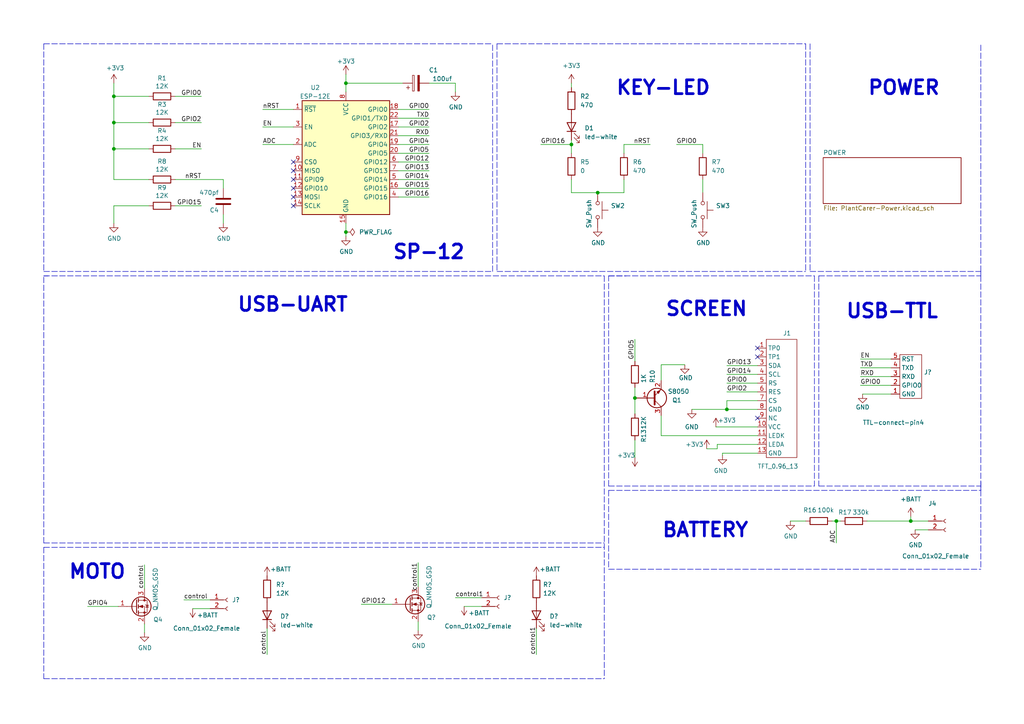
<source format=kicad_sch>
(kicad_sch (version 20211123) (generator eeschema)
  (paper "A4")
  (lib_symbols
    (symbol "Connector:Conn_01x02_Female" (pin_names (offset 1.016) hide)
      (property "Reference" "J" (at 0 2.54 0))
      (property "Value" "Conn_01x02_Female" (at 0 -5.08 0))
      (symbol "Conn_01x02_Female_1_1"
        (arc (start 0 -2.032) (mid -0.508 -2.54) (end 0 -3.048) (stroke (width 0.1524)))
        (polyline (pts (xy -1.27 -2.54) (xy -0.508 -2.54)) (stroke (width 0.1524)))
        (polyline (pts (xy -1.27 0) (xy -0.508 0)) (stroke (width 0.1524)))
        (arc (start 0 0.508) (mid -0.508 0) (end 0 -0.508) (stroke (width 0.1524)))
        (pin passive line (at -5.08 0 0) (length 3.81) (name "Pin_1") (number "1"))
        (pin passive line (at -5.08 -2.54 0) (length 3.81) (name "Pin_2") (number "2"))
      )
    )
    (symbol "Device:C" (pin_numbers hide) (pin_names (offset 0.254))
      (property "Reference" "C" (at 0.635 2.54 0))
      (property "Value" "C" (at 0.635 -2.54 0))
      (symbol "C_0_1"
        (polyline (pts (xy -2.032 -0.762) (xy 2.032 -0.762)) (stroke (width 0.508)))
        (polyline (pts (xy -2.032 0.762) (xy 2.032 0.762)) (stroke (width 0.508)))
      )
      (symbol "C_1_1"
        (pin passive line (at 0 3.81 270) (length 2.794) (name "~") (number "1"))
        (pin passive line (at 0 -3.81 90) (length 2.794) (name "~") (number "2"))
      )
    )
    (symbol "Device:C_Polarized" (pin_numbers hide) (pin_names (offset 0.254))
      (property "Reference" "C" (at 0.635 2.54 0))
      (property "Value" "C_Polarized" (at 0.635 -2.54 0))
      (symbol "C_Polarized_0_1"
        (rectangle (start -2.286 0.508) (end 2.286 1.016))
        (polyline (pts (xy -1.778 2.286) (xy -0.762 2.286)))
        (polyline (pts (xy -1.27 2.794) (xy -1.27 1.778)))
        (rectangle (start 2.286 -0.508) (end -2.286 -1.016) (fill (type outline)))
      )
      (symbol "C_Polarized_1_1"
        (pin passive line (at 0 3.81 270) (length 2.794) (name "~") (number "1"))
        (pin passive line (at 0 -3.81 90) (length 2.794) (name "~") (number "2"))
      )
    )
    (symbol "Device:LED" (pin_numbers hide) (pin_names (offset 1.016) hide)
      (property "Reference" "D" (at 0 2.54 0))
      (property "Value" "LED" (at 0 -2.54 0))
      (symbol "LED_0_1"
        (polyline (pts (xy -1.27 -1.27) (xy -1.27 1.27)) (stroke (width 0.254)))
        (polyline (pts (xy -1.27 0) (xy 1.27 0)))
        (polyline (pts (xy 1.27 -1.27) (xy 1.27 1.27) (xy -1.27 0) (xy 1.27 -1.27)) (stroke (width 0.254)))
        (polyline (pts (xy -3.048 -0.762) (xy -4.572 -2.286) (xy -3.81 -2.286) (xy -4.572 -2.286) (xy -4.572 -1.524)))
        (polyline (pts (xy -1.778 -0.762) (xy -3.302 -2.286) (xy -2.54 -2.286) (xy -3.302 -2.286) (xy -3.302 -1.524)))
      )
      (symbol "LED_1_1"
        (pin passive line (at -3.81 0 0) (length 2.54) (name "K") (number "1"))
        (pin passive line (at 3.81 0 180) (length 2.54) (name "A") (number "2"))
      )
    )
    (symbol "Device:Q_NMOS_GSD" (pin_names (offset 0) hide)
      (property "Reference" "Q" (at 5.08 1.27 0))
      (property "Value" "Q_NMOS_GSD" (at 5.08 -1.27 0))
      (symbol "Q_NMOS_GSD_0_1"
        (polyline (pts (xy 0.254 0) (xy -2.54 0)))
        (polyline (pts (xy 0.254 1.905) (xy 0.254 -1.905)) (stroke (width 0.254)))
        (polyline (pts (xy 0.762 -1.27) (xy 0.762 -2.286)) (stroke (width 0.254)))
        (polyline (pts (xy 0.762 0.508) (xy 0.762 -0.508)) (stroke (width 0.254)))
        (polyline (pts (xy 0.762 2.286) (xy 0.762 1.27)) (stroke (width 0.254)))
        (polyline (pts (xy 2.54 2.54) (xy 2.54 1.778)))
        (polyline (pts (xy 2.54 -2.54) (xy 2.54 0) (xy 0.762 0)))
        (polyline (pts (xy 0.762 -1.778) (xy 3.302 -1.778) (xy 3.302 1.778) (xy 0.762 1.778)))
        (polyline (pts (xy 1.016 0) (xy 2.032 0.381) (xy 2.032 -0.381) (xy 1.016 0)) (fill (type outline)))
        (polyline (pts (xy 2.794 0.508) (xy 2.921 0.381) (xy 3.683 0.381) (xy 3.81 0.254)))
        (polyline (pts (xy 3.302 0.381) (xy 2.921 -0.254) (xy 3.683 -0.254) (xy 3.302 0.381)))
        (circle (center 1.651 0) (radius 2.794) (stroke (width 0.254)))
        (circle (center 2.54 -1.778) (radius 0.254) (fill (type outline)))
        (circle (center 2.54 1.778) (radius 0.254) (fill (type outline)))
      )
      (symbol "Q_NMOS_GSD_1_1"
        (pin input line (at -5.08 0 0) (length 2.54) (name "G") (number "1"))
        (pin passive line (at 2.54 -5.08 90) (length 2.54) (name "S") (number "2"))
        (pin passive line (at 2.54 5.08 270) (length 2.54) (name "D") (number "3"))
      )
    )
    (symbol "Device:Q_NPN_BEC" (pin_names (offset 0) hide)
      (property "Reference" "Q" (at 5.08 1.27 0))
      (property "Value" "Q_NPN_BEC" (at 5.08 -1.27 0))
      (symbol "Q_NPN_BEC_0_1"
        (polyline (pts (xy 0.635 0.635) (xy 2.54 2.54)))
        (polyline (pts (xy 0.635 -0.635) (xy 2.54 -2.54) (xy 2.54 -2.54)))
        (polyline (pts (xy 0.635 1.905) (xy 0.635 -1.905) (xy 0.635 -1.905)) (stroke (width 0.508)))
        (polyline (pts (xy 1.27 -1.778) (xy 1.778 -1.27) (xy 2.286 -2.286) (xy 1.27 -1.778) (xy 1.27 -1.778)) (fill (type outline)))
        (circle (center 1.27 0) (radius 2.8194) (stroke (width 0.254)))
      )
      (symbol "Q_NPN_BEC_1_1"
        (pin input line (at -5.08 0 0) (length 5.715) (name "B") (number "1"))
        (pin passive line (at 2.54 -5.08 90) (length 2.54) (name "E") (number "2"))
        (pin passive line (at 2.54 5.08 270) (length 2.54) (name "C") (number "3"))
      )
    )
    (symbol "Device:R" (pin_numbers hide) (pin_names (offset 0))
      (property "Reference" "R" (at 2.032 0 90))
      (property "Value" "R" (at 0 0 90))
      (symbol "R_0_1"
        (rectangle (start -1.016 -2.54) (end 1.016 2.54) (stroke (width 0.254)))
      )
      (symbol "R_1_1"
        (pin passive line (at 0 3.81 270) (length 1.27) (name "~") (number "1"))
        (pin passive line (at 0 -3.81 90) (length 1.27) (name "~") (number "2"))
      )
    )
    (symbol "My-lib:TFT_0.96_13"
      (property "Reference" "J" (at 1.27 5.08 0))
      (property "Value" "TFT_0.96_13" (at 2.54 -33.02 0))
      (symbol "TFT_0.96_13_0_1"
        (rectangle (start 1.27 3.81) (end 10.16 -30.48))
      )
      (symbol "TFT_0.96_13_1_1"
        (pin free line (at -1.27 1.27 0) (length 2.54) (name "TP0") (number "1"))
        (pin free line (at -1.27 -21.59 0) (length 2.54) (name "VCC") (number "10"))
        (pin free line (at -1.27 -24.13 0) (length 2.54) (name "LEDK") (number "11"))
        (pin free line (at -1.27 -26.67 0) (length 2.54) (name "LEDA") (number "12"))
        (pin free line (at -1.27 -29.21 0) (length 2.54) (name "GND") (number "13"))
        (pin free line (at -1.27 -1.27 0) (length 2.54) (name "TP1") (number "2"))
        (pin free line (at -1.27 -3.81 0) (length 2.54) (name "SDA") (number "3"))
        (pin free line (at -1.27 -6.35 0) (length 2.54) (name "SCL") (number "4"))
        (pin free line (at -1.27 -8.89 0) (length 2.54) (name "RS") (number "5"))
        (pin free line (at -1.27 -11.43 0) (length 2.54) (name "RES") (number "6"))
        (pin free line (at -1.27 -13.97 0) (length 2.54) (name "CS") (number "7"))
        (pin free line (at -1.27 -16.51 0) (length 2.54) (name "GND") (number "8"))
        (pin free line (at -1.27 -19.05 0) (length 2.54) (name "NC") (number "9"))
      )
    )
    (symbol "RF_Module:ESP-12E"
      (property "Reference" "U" (at -12.7 19.05 0))
      (property "Value" "ESP-12E" (at 12.7 19.05 0))
      (symbol "ESP-12E_0_1"
        (rectangle (start -12.7 17.78) (end 12.7 -15.24) (stroke (width 0.254)) (fill (type background)))
      )
      (symbol "ESP-12E_1_1"
        (pin input line (at -15.24 15.24 0) (length 2.54) (name "~{RST}") (number "1"))
        (pin bidirectional line (at -15.24 -2.54 0) (length 2.54) (name "MISO") (number "10"))
        (pin bidirectional line (at -15.24 -5.08 0) (length 2.54) (name "GPIO9") (number "11"))
        (pin bidirectional line (at -15.24 -7.62 0) (length 2.54) (name "GPIO10") (number "12"))
        (pin bidirectional line (at -15.24 -10.16 0) (length 2.54) (name "MOSI") (number "13"))
        (pin bidirectional line (at -15.24 -12.7 0) (length 2.54) (name "SCLK") (number "14"))
        (pin power_in line (at 0 -17.78 90) (length 2.54) (name "GND") (number "15"))
        (pin bidirectional line (at 15.24 -7.62 180) (length 2.54) (name "GPIO15") (number "16"))
        (pin bidirectional line (at 15.24 10.16 180) (length 2.54) (name "GPIO2") (number "17"))
        (pin bidirectional line (at 15.24 15.24 180) (length 2.54) (name "GPIO0") (number "18"))
        (pin bidirectional line (at 15.24 5.08 180) (length 2.54) (name "GPIO4") (number "19"))
        (pin input line (at -15.24 5.08 0) (length 2.54) (name "ADC") (number "2"))
        (pin bidirectional line (at 15.24 2.54 180) (length 2.54) (name "GPIO5") (number "20"))
        (pin bidirectional line (at 15.24 7.62 180) (length 2.54) (name "GPIO3/RXD") (number "21"))
        (pin bidirectional line (at 15.24 12.7 180) (length 2.54) (name "GPIO1/TXD") (number "22"))
        (pin input line (at -15.24 10.16 0) (length 2.54) (name "EN") (number "3"))
        (pin bidirectional line (at 15.24 -10.16 180) (length 2.54) (name "GPIO16") (number "4"))
        (pin bidirectional line (at 15.24 -5.08 180) (length 2.54) (name "GPIO14") (number "5"))
        (pin bidirectional line (at 15.24 0 180) (length 2.54) (name "GPIO12") (number "6"))
        (pin bidirectional line (at 15.24 -2.54 180) (length 2.54) (name "GPIO13") (number "7"))
        (pin power_in line (at 0 20.32 270) (length 2.54) (name "VCC") (number "8"))
        (pin input line (at -15.24 0 0) (length 2.54) (name "CS0") (number "9"))
      )
    )
    (symbol "Switch:SW_Push" (pin_numbers hide) (pin_names (offset 1.016) hide)
      (property "Reference" "SW" (at 1.27 2.54 0))
      (property "Value" "SW_Push" (at 0 -1.524 0))
      (symbol "SW_Push_0_1"
        (circle (center -2.032 0) (radius 0.508))
        (polyline (pts (xy 0 1.27) (xy 0 3.048)))
        (polyline (pts (xy 2.54 1.27) (xy -2.54 1.27)))
        (circle (center 2.032 0) (radius 0.508))
        (pin passive line (at -5.08 0 0) (length 2.54) (name "1") (number "1"))
        (pin passive line (at 5.08 0 180) (length 2.54) (name "2") (number "2"))
      )
    )
    (symbol "TTL-connect-pin4_1"
      (property "Reference" "J" (at 0 10.16 0))
      (property "Value" "TTL-connect-pin4_1" (at -1.27 -7.62 0))
      (symbol "TTL-connect-pin4_1_0_1"
        (rectangle (start -2.54 7.62) (end 3.81 -5.08))
      )
      (symbol "TTL-connect-pin4_1_1_1"
        (pin free line (at -5.08 -3.81 0) (length 2.54) (name "GND") (number "1"))
        (pin free line (at -5.08 -1.27 0) (length 2.54) (name "GPIO0") (number "2"))
        (pin free line (at -5.08 1.27 0) (length 2.54) (name "RXD") (number "3"))
        (pin free line (at -5.08 3.81 0) (length 2.54) (name "TXD") (number "4"))
        (pin free line (at -5.08 6.35 0) (length 2.54) (name "RST") (number "5"))
      )
    )
    (symbol "power:+3V3" (power) (pin_names (offset 0))
      (property "Value" "+3V3" (at 0 3.556 0))
      (symbol "+3V3_0_1"
        (polyline (pts (xy -0.762 1.27) (xy 0 2.54)))
        (polyline (pts (xy 0 0) (xy 0 2.54)))
        (polyline (pts (xy 0 2.54) (xy 0.762 1.27)))
      )
      (symbol "+3V3_1_1"
        (pin power_in line (at 0 0 90) (length 0) hide (name "+3V3") (number "1"))
      )
    )
    (symbol "power:+BATT" (power) (pin_names (offset 0))
      (property "Value" "+BATT" (at 0 3.556 0))
      (symbol "+BATT_0_1"
        (polyline (pts (xy -0.762 1.27) (xy 0 2.54)))
        (polyline (pts (xy 0 0) (xy 0 2.54)))
        (polyline (pts (xy 0 2.54) (xy 0.762 1.27)))
      )
      (symbol "+BATT_1_1"
        (pin power_in line (at 0 0 90) (length 0) hide (name "+BATT") (number "1"))
      )
    )
    (symbol "power:GND" (power) (pin_names (offset 0))
      (property "Value" "GND" (at 0 -3.81 0))
      (symbol "GND_0_1"
        (polyline (pts (xy 0 0) (xy 0 -1.27) (xy 1.27 -1.27) (xy 0 -2.54) (xy -1.27 -1.27) (xy 0 -1.27)))
      )
      (symbol "GND_1_1"
        (pin power_in line (at 0 0 270) (length 0) hide (name "GND") (number "1"))
      )
    )
    (symbol "power:PWR_FLAG" (power) (pin_numbers hide) (pin_names (offset 0) hide)
      (property "Value" "PWR_FLAG" (at 0 3.81 0))
      (symbol "PWR_FLAG_0_0"
        (pin power_out line (at 0 0 90) (length 0) (name "pwr") (number "1"))
      )
      (symbol "PWR_FLAG_0_1"
        (polyline (pts (xy 0 0) (xy 0 1.27) (xy -1.016 1.905) (xy 0 2.54) (xy 1.016 1.905) (xy 0 1.27)))
      )
    )
  )
  (junction (at 33.02 27.94))
  (junction (at 100.33 24.13))
  (junction (at 264.16 151.13))
  (junction (at 100.33 67.31))
  (junction (at 33.02 35.56))
  (junction (at 184.15 115.443))
  (junction (at 242.57 151.13))
  (junction (at 173.355 55.88))
  (junction (at 210.82 118.745))
  (junction (at 33.02 43.18))
  (junction (at 165.735 41.91))
  (no_connect (at 85.09 52.07))
  (no_connect (at 219.71 103.505))
  (no_connect (at 219.71 121.285))
  (no_connect (at 219.71 100.965))
  (no_connect (at 85.09 49.53))
  (no_connect (at 85.09 46.99))
  (no_connect (at 85.09 54.61))
  (no_connect (at 85.09 59.69))
  (no_connect (at 85.09 57.15))
  (polyline (pts (xy 176.53 140.97) (xy 176.53 80.01)))
  (polyline (pts (xy 284.48 139.7) (xy 284.48 142.24)))
  (wire (pts (xy 249.555 111.76) (xy 258.445 111.76)))
  (polyline (pts (xy 234.95 12.7) (xy 234.95 78.74)))
  (wire (pts (xy 124.46 24.13) (xy 132.08 24.13)))
  (wire (pts (xy 180.975 41.91) (xy 188.595 41.91)))
  (wire (pts (xy 249.555 109.22) (xy 258.445 109.22)))
  (wire (pts (xy 196.215 41.91) (xy 203.835 41.91)))
  (polyline (pts (xy 12.7 78.74) (xy 142.875 78.74)))
  (polyline (pts (xy 284.48 78.74) (xy 284.48 80.01)))
  (wire (pts (xy 100.33 64.77) (xy 100.33 67.31)))
  (wire (pts (xy 53.34 173.99) (xy 60.96 173.99)))
  (wire (pts (xy 242.57 151.13) (xy 242.57 157.48)))
  (wire (pts (xy 115.57 57.15) (xy 124.46 57.15)))
  (polyline (pts (xy 176.53 140.97) (xy 236.22 140.97)))
  (wire (pts (xy 180.975 44.45) (xy 180.975 41.91)))
  (wire (pts (xy 115.57 44.45) (xy 124.46 44.45)))
  (wire (pts (xy 180.975 52.07) (xy 180.975 55.88)))
  (wire (pts (xy 85.09 31.75) (xy 76.2 31.75)))
  (wire (pts (xy 41.91 163.83) (xy 41.91 170.815)))
  (wire (pts (xy 77.47 189.865) (xy 77.47 182.245)))
  (wire (pts (xy 33.02 59.69) (xy 33.02 64.77)))
  (wire (pts (xy 219.71 131.445) (xy 209.55 131.445)))
  (wire (pts (xy 132.08 24.13) (xy 132.08 26.67)))
  (polyline (pts (xy 237.49 80.01) (xy 284.48 80.01)))
  (wire (pts (xy 50.8 43.18) (xy 58.42 43.18)))
  (wire (pts (xy 115.57 36.83) (xy 124.46 36.83)))
  (wire (pts (xy 210.82 106.045) (xy 219.71 106.045)))
  (polyline (pts (xy 12.7 157.48) (xy 175.26 157.48)))
  (wire (pts (xy 33.02 27.94) (xy 33.02 35.56)))
  (polyline (pts (xy 176.53 142.24) (xy 176.53 165.1)))
  (wire (pts (xy 219.71 116.205) (xy 210.82 116.205)))
  (wire (pts (xy 207.645 123.825) (xy 219.71 123.825)))
  (wire (pts (xy 184.15 127.635) (xy 184.15 132.715)))
  (wire (pts (xy 208.026 128.905) (xy 208.026 130.175)))
  (polyline (pts (xy 175.26 80.01) (xy 175.26 196.85)))
  (wire (pts (xy 115.57 31.75) (xy 124.46 31.75)))
  (wire (pts (xy 210.82 116.205) (xy 210.82 118.745)))
  (wire (pts (xy 64.77 52.07) (xy 64.77 54.61)))
  (wire (pts (xy 208.026 130.175) (xy 204.978 130.175)))
  (wire (pts (xy 33.02 24.13) (xy 33.02 27.94)))
  (wire (pts (xy 184.15 112.395) (xy 184.15 115.443)))
  (wire (pts (xy 165.735 55.88) (xy 173.355 55.88)))
  (wire (pts (xy 264.16 149.86) (xy 264.16 151.13)))
  (wire (pts (xy 219.71 128.905) (xy 208.026 128.905)))
  (wire (pts (xy 191.77 126.365) (xy 219.71 126.365)))
  (wire (pts (xy 85.09 36.83) (xy 76.2 36.83)))
  (polyline (pts (xy 237.49 80.01) (xy 237.49 140.97)))
  (wire (pts (xy 55.88 176.53) (xy 60.96 176.53)))
  (wire (pts (xy 184.15 115.443) (xy 184.15 120.015)))
  (wire (pts (xy 251.46 151.13) (xy 264.16 151.13)))
  (wire (pts (xy 134.62 175.895) (xy 139.7 175.895)))
  (wire (pts (xy 100.33 67.31) (xy 100.33 68.58)))
  (polyline (pts (xy 12.7 12.7) (xy 142.875 12.7)))
  (wire (pts (xy 115.57 54.61) (xy 124.46 54.61)))
  (polyline (pts (xy 284.48 142.24) (xy 284.48 140.97)))
  (wire (pts (xy 33.02 43.18) (xy 43.18 43.18)))
  (wire (pts (xy 191.77 110.363) (xy 191.77 105.791)))
  (wire (pts (xy 180.975 55.88) (xy 173.355 55.88)))
  (wire (pts (xy 33.02 27.94) (xy 43.18 27.94)))
  (wire (pts (xy 191.77 126.365) (xy 191.77 120.523)))
  (wire (pts (xy 50.8 27.94) (xy 58.42 27.94)))
  (polyline (pts (xy 284.48 142.24) (xy 284.48 165.1)))
  (wire (pts (xy 50.8 59.69) (xy 58.42 59.69)))
  (wire (pts (xy 33.02 43.18) (xy 33.02 52.07)))
  (polyline (pts (xy 284.48 78.74) (xy 284.48 12.7)))
  (wire (pts (xy 265.43 153.67) (xy 269.24 153.67)))
  (polyline (pts (xy 176.53 142.24) (xy 284.48 142.24)))
  (wire (pts (xy 210.82 113.665) (xy 219.71 113.665)))
  (polyline (pts (xy 233.68 12.7) (xy 233.68 78.74)))
  (wire (pts (xy 250.19 114.3) (xy 258.445 114.3)))
  (wire (pts (xy 249.555 104.14) (xy 258.445 104.14)))
  (wire (pts (xy 115.57 41.91) (xy 124.46 41.91)))
  (wire (pts (xy 115.57 39.37) (xy 124.46 39.37)))
  (wire (pts (xy 165.735 40.64) (xy 165.735 41.91)))
  (polyline (pts (xy 12.7 158.75) (xy 12.7 196.85)))
  (polyline (pts (xy 284.48 80.01) (xy 284.48 140.97)))
  (wire (pts (xy 264.16 151.13) (xy 269.24 151.13)))
  (polyline (pts (xy 142.875 78.74) (xy 142.875 12.7)))
  (wire (pts (xy 33.02 35.56) (xy 33.02 43.18)))
  (wire (pts (xy 165.735 41.91) (xy 165.735 44.45)))
  (wire (pts (xy 203.835 44.45) (xy 203.835 41.91)))
  (wire (pts (xy 165.735 24.13) (xy 165.735 25.4)))
  (wire (pts (xy 33.02 52.07) (xy 43.18 52.07)))
  (wire (pts (xy 184.15 98.425) (xy 184.15 104.775)))
  (polyline (pts (xy 144.145 12.7) (xy 233.68 12.7)))
  (polyline (pts (xy 12.7 158.75) (xy 175.26 158.75)))
  (wire (pts (xy 229.235 151.13) (xy 233.68 151.13)))
  (polyline (pts (xy 12.7 196.85) (xy 175.26 196.85)))
  (polyline (pts (xy 12.7 80.01) (xy 175.26 80.01)))
  (wire (pts (xy 33.02 59.69) (xy 43.18 59.69)))
  (wire (pts (xy 115.57 34.29) (xy 124.46 34.29)))
  (polyline (pts (xy 236.22 80.01) (xy 236.22 140.97)))
  (wire (pts (xy 132.08 173.355) (xy 139.7 173.355)))
  (wire (pts (xy 242.57 151.13) (xy 243.84 151.13)))
  (wire (pts (xy 50.8 52.07) (xy 64.77 52.07)))
  (wire (pts (xy 100.33 21.59) (xy 100.33 24.13)))
  (polyline (pts (xy 12.7 157.48) (xy 12.7 80.01)))
  (wire (pts (xy 121.285 180.34) (xy 121.285 182.88)))
  (wire (pts (xy 210.82 118.745) (xy 219.71 118.745)))
  (wire (pts (xy 210.82 108.585) (xy 219.71 108.585)))
  (wire (pts (xy 165.735 52.07) (xy 165.735 55.88)))
  (polyline (pts (xy 176.53 80.01) (xy 181.61 80.01)))
  (wire (pts (xy 64.77 62.23) (xy 64.77 64.77)))
  (wire (pts (xy 191.77 105.791) (xy 198.628 105.791)))
  (wire (pts (xy 33.02 35.56) (xy 43.18 35.56)))
  (polyline (pts (xy 12.7 80.01) (xy 13.97 80.01)))
  (wire (pts (xy 100.33 24.13) (xy 116.84 24.13)))
  (wire (pts (xy 209.55 131.445) (xy 209.55 132.08)))
  (polyline (pts (xy 144.145 12.7) (xy 144.145 78.74)))
  (polyline (pts (xy 12.7 12.7) (xy 12.7 78.74)))
  (polyline (pts (xy 237.49 140.97) (xy 284.48 140.97)))
  (polyline (pts (xy 144.145 78.74) (xy 233.68 78.74)))
  (wire (pts (xy 203.835 55.88) (xy 203.835 52.07)))
  (wire (pts (xy 249.555 106.68) (xy 258.445 106.68)))
  (wire (pts (xy 115.57 52.07) (xy 124.46 52.07)))
  (wire (pts (xy 241.3 151.13) (xy 242.57 151.13)))
  (wire (pts (xy 25.4 175.895) (xy 34.29 175.895)))
  (wire (pts (xy 156.845 41.91) (xy 165.735 41.91)))
  (wire (pts (xy 121.285 163.195) (xy 121.285 170.18)))
  (wire (pts (xy 41.91 180.975) (xy 41.91 183.515)))
  (wire (pts (xy 115.57 46.99) (xy 124.46 46.99)))
  (wire (pts (xy 155.575 189.865) (xy 155.575 182.245)))
  (wire (pts (xy 85.09 41.91) (xy 76.2 41.91)))
  (wire (pts (xy 104.775 175.26) (xy 113.665 175.26)))
  (wire (pts (xy 50.8 35.56) (xy 58.42 35.56)))
  (wire (pts (xy 200.66 118.745) (xy 210.82 118.745)))
  (wire (pts (xy 210.82 111.125) (xy 219.71 111.125)))
  (wire (pts (xy 100.33 24.13) (xy 100.33 26.67)))
  (wire (pts (xy 115.57 49.53) (xy 124.46 49.53)))
  (polyline (pts (xy 234.95 78.74) (xy 284.48 78.74)))
  (polyline (pts (xy 176.53 80.01) (xy 236.22 80.01)))
  (polyline (pts (xy 176.53 165.1) (xy 284.48 165.1)))
  (text "SCREEN" (at 192.786 92.075 0) (effects (font (size 4 4) (thickness 0.8) bold) (justify left bottom)))
  (text "v1.1 改动\n1. AMS1117留4个位置，并联，可以不用。\n2. 烧录器，LED位置可以不用。\n3. 按键 led 电路可以放在背板不用放置元件\n4. 被控制电路接LED显示开关状态\n5. 去掉usb-uart\n6. 增加一路控制\n7. 烧录接口改成5pin\n8. 连接电池，电机，改成接线柱连接" (at 312.42 85.725 0) (effects (font (size 1.27 1.27)) (justify left bottom)))
  (text "POWER" (at 251.46 27.94 0) (effects (font (size 4 4) (thickness 0.8) bold) (justify left bottom)))
  (text "KEY-LED" (at 178.435 27.94 0) (effects (font (size 4 4) (thickness 0.8) bold) (justify left bottom)))
  (text "SP-12\n" (at 113.665 75.565 0) (effects (font (size 4 4) (thickness 0.8) bold) (justify left bottom)))
  (text "USB-UART\n" (at 68.58 90.805 0) (effects (font (size 4 4) (thickness 0.8) bold) (justify left bottom)))
  (text "USB-TTL" (at 245.11 92.71 0) (effects (font (size 4 4) (thickness 0.8) bold) (justify left bottom)))
  (text "BATTERY" (at 191.77 156.21 0) (effects (font (size 4 4) (thickness 0.8) bold) (justify left bottom)))
  (text "MOTO\n" (at 19.685 168.275 0) (effects (font (size 4 4) (thickness 0.8) bold) (justify left bottom)))
  (text "注意：（每次启动、重启、唤醒）\nGPIO15 必须保持低电平，GPIO2 必须 保持高电平\nGPIO0 高电平->运行模式，低电平->刷写模式\n如果需要用到sleep 模式，GPIO16 和 RST 必须连接，\nGPIO16 会输出低电平唤醒系统\n" (at 311.15 60.96 0) (effects (font (size 1.5 1.5)) (justify left bottom)))
  (label "GPIO2" (at 58.42 35.56 180))
  (label "GPIO13" (at 210.82 106.045 0))
  (label "GPIO2" (at 124.46 36.83 180))
  (label "GPIO14" (at 124.46 52.07 180))
  (label "GPIO12" (at 124.46 46.99 180))
  (label "control" (at 77.47 189.865 90))
  (label "EN" (at 76.2 36.83 0))
  (label "GPIO14" (at 210.82 108.585 0))
  (label "RXD" (at 124.46 39.37 180))
  (label "GPIO15" (at 124.46 54.61 180))
  (label "GPIO4" (at 124.46 41.91 180))
  (label "GPIO4" (at 25.4 175.895 0))
  (label "GPIO13" (at 124.46 49.53 180))
  (label "GPIO5" (at 124.46 44.45 180))
  (label "GPIO2" (at 210.82 113.665 0))
  (label "GPIO15" (at 58.42 59.69 180))
  (label "EN" (at 249.555 104.14 0))
  (label "GPIO5" (at 184.15 98.425 270))
  (label "GPIO12" (at 104.775 175.26 0))
  (label "RXD" (at 249.555 109.22 0))
  (label "control1" (at 155.575 189.865 90))
  (label "nRST" (at 58.42 52.07 180))
  (label "GPIO0" (at 124.46 31.75 180))
  (label "GPIO0" (at 210.82 111.125 0))
  (label "control1" (at 121.285 163.195 270))
  (label "control" (at 53.34 173.99 0))
  (label "control" (at 41.91 163.83 270))
  (label "ADC" (at 76.2 41.91 0))
  (label "TXD" (at 249.555 106.68 0))
  (label "ADC" (at 242.57 157.48 90))
  (label "TXD" (at 124.46 34.29 180))
  (label "GPIO0" (at 58.42 27.94 180))
  (label "GPIO0" (at 249.555 111.76 0))
  (label "control1" (at 132.08 173.355 0))
  (label "GPIO16" (at 156.845 41.91 0))
  (label "nRST" (at 188.595 41.91 180))
  (label "EN" (at 58.42 43.18 180))
  (label "nRST" (at 76.2 31.75 0))
  (label "GPIO0" (at 196.215 41.91 0))
  (label "GPIO16" (at 124.46 57.15 180))
  (symbol (lib_id "Connector:Conn_01x02_Female") (at 274.32 151.13 0) (unit 1)
    (property "Reference" "J4" (at 269.24 146.05 0) (effects (justify left)))
    (property "Value" "Conn_01x02_Female" (at 261.62 161.29 0) (effects (justify left)))
    (property "Footprint" "Connector_PinHeader_2.54mm:PinHeader_1x02_P2.54mm_Vertical" (effects hide))
  )
  (symbol (lib_id "RF_Module:ESP-12E") (at 100.33 46.99 0) (unit 1)
    (property "Reference" "U2" (at 91.44 25.4 0))
    (property "Value" "ESP-12E" (at 91.44 27.94 0))
    (property "Footprint" "RF_Module:ESP-12E" (effects hide))
    (property "Datasheet" "http://wiki.ai-thinker.com/_media/esp8266/esp8266_series_modules_user_manual_v1.1.pdf" (effects hide))
  )
  (symbol (lib_id "Switch:SW_Push") (at 203.835 60.96 270) (unit 1)
    (property "Reference" "SW3" (at 207.645 59.6899 90) (effects (justify left)))
    (property "Value" "SW_Push" (at 201.295 57.785 0) (effects (justify left)))
    (property "Footprint" "My-lib-footprints:Button_SMD,3x4x2mm" (effects hide))
  )
  (symbol (lib_id "power:GND") (at 64.77 64.77 0) (unit 1)
    (property "Reference" "#PWR011" (effects hide))
    (property "Value" "GND" (at 64.897 69.1642 0))
  )
  (symbol (lib_id "power:GND") (at 132.08 26.67 0) (unit 1)
    (property "Reference" "#PWR04" (effects hide))
    (property "Value" "GND" (at 132.207 31.0642 0))
  )
  (symbol (lib_id "Connector:Conn_01x02_Female") (at 66.04 173.99 0) (unit 1)
    (property "Reference" "J?" (at 67.31 173.9899 0) (effects (justify left)))
    (property "Value" "Conn_01x02_Female" (at 50.165 182.245 0) (effects (justify left)))
  )
  (symbol (lib_id "Device:R") (at 165.735 29.21 0) (unit 1)
    (property "Reference" "R2" (at 168.275 27.9399 0) (effects (justify left)))
    (property "Value" "470" (at 168.275 30.4799 0) (effects (justify left)))
    (property "Footprint" "Resistor_SMD:R_0402_1005Metric" (effects hide))
  )
  (symbol (lib_id "Device:R") (at 46.99 35.56 270) (unit 1)
    (property "Reference" "R3" (at 46.99 30.3022 90))
    (property "Value" "12K" (at 46.99 32.6136 90))
    (property "Footprint" "Resistor_SMD:R_0402_1005Metric" (effects hide))
  )
  (symbol (lib_id "Device:LED") (at 155.575 178.435 90) (unit 1)
    (property "Reference" "D?" (at 159.385 178.7524 90) (effects (justify right)))
    (property "Value" "led-white" (at 159.385 181.2924 90) (effects (justify right)))
    (property "Footprint" "LED_SMD:LED_0402_1005Metric" (effects hide))
  )
  (symbol (lib_id "Device:R") (at 237.49 151.13 90) (unit 1)
    (property "Reference" "R16" (at 236.855 147.955 90) (effects (justify left)))
    (property "Value" "100k" (at 241.935 147.955 90) (effects (justify left)))
    (property "Footprint" "Resistor_SMD:R_0402_1005Metric" (effects hide))
  )
  (symbol (lib_id "Device:R") (at 46.99 52.07 270) (unit 1)
    (property "Reference" "R8" (at 46.99 46.8122 90))
    (property "Value" "12K" (at 46.99 49.1236 90))
    (property "Footprint" "Resistor_SMD:R_0402_1005Metric" (effects hide))
  )
  (symbol (lib_id "Device:R") (at 247.65 151.13 90) (unit 1)
    (property "Reference" "R17" (at 247.015 148.59 90) (effects (justify left)))
    (property "Value" "330k" (at 252.095 148.59 90) (effects (justify left)))
    (property "Footprint" "Resistor_SMD:R_0402_1005Metric" (effects hide))
  )
  (symbol (lib_id "power:GND") (at 121.285 182.88 0) (unit 1)
    (property "Reference" "#PWR?" (effects hide))
    (property "Value" "GND" (at 121.412 187.2742 0))
  )
  (symbol (lib_id "Device:Q_NMOS_GSD") (at 118.745 175.26 0) (unit 1)
    (property "Reference" "Q?" (at 123.825 179.07 0) (effects (justify left)))
    (property "Value" "Q_NMOS_GSD" (at 124.46 176.5299 90) (effects (justify left)))
    (property "Footprint" "Package_TO_SOT_SMD:TSOT-23" (effects hide))
  )
  (symbol (lib_name "TTL-connect-pin4_1") (lib_id "My-lib:TTL-connect-pin4") (at 263.525 110.49 0) (unit 1)
    (property "Reference" "J?" (at 267.97 107.9499 0) (effects (justify left)))
    (property "Value" "TTL-connect-pin4" (at 250.19 122.555 0) (effects (justify left)))
  )
  (symbol (lib_id "power:GND") (at 250.19 114.3 0) (mirror y) (unit 1)
    (property "Reference" "#PWR?" (effects hide))
    (property "Value" "GND" (at 250.19 118.11 0))
  )
  (symbol (lib_id "Device:R") (at 165.735 48.26 0) (unit 1)
    (property "Reference" "R5" (at 168.275 46.9899 0) (effects (justify left)))
    (property "Value" "0" (at 168.275 49.5299 0) (effects (justify left)))
    (property "Footprint" "Resistor_SMD:R_0402_1005Metric" (effects hide))
  )
  (symbol (lib_id "Device:LED") (at 165.735 36.83 90) (unit 1)
    (property "Reference" "D1" (at 169.545 37.1474 90) (effects (justify right)))
    (property "Value" "led-white" (at 169.545 39.6874 90) (effects (justify right)))
    (property "Footprint" "LED_SMD:LED_0402_1005Metric" (effects hide))
  )
  (symbol (lib_id "power:GND") (at 229.235 151.13 0) (unit 1)
    (property "Reference" "#PWR028" (effects hide))
    (property "Value" "GND" (at 229.362 155.5242 0))
  )
  (symbol (lib_id "power:GND") (at 173.355 66.04 0) (unit 1)
    (property "Reference" "#PWR012" (effects hide))
    (property "Value" "GND" (at 173.482 70.4342 0))
  )
  (symbol (lib_id "Device:C_Polarized") (at 120.65 24.13 90) (unit 1)
    (property "Reference" "C1" (at 125.73 20.32 90))
    (property "Value" "100uf" (at 128.27 22.86 90))
    (property "Footprint" "lc_lib:CASE-B_3528" (effects hide))
  )
  (symbol (lib_id "power:+BATT") (at 55.88 176.53 180) (unit 1)
    (property "Reference" "#PWR?" (effects hide))
    (property "Value" "+BATT" (at 57.15 178.435 0) (effects (justify right)))
  )
  (symbol (lib_id "Device:R") (at 203.835 48.26 0) (unit 1)
    (property "Reference" "R7" (at 206.375 46.9899 0) (effects (justify left)))
    (property "Value" "470" (at 206.375 49.5299 0) (effects (justify left)))
    (property "Footprint" "Resistor_SMD:R_0402_1005Metric" (effects hide))
  )
  (symbol (lib_id "Device:R") (at 46.99 59.69 270) (unit 1)
    (property "Reference" "R9" (at 46.99 54.4322 90))
    (property "Value" "12K" (at 46.99 56.7436 90))
    (property "Footprint" "Resistor_SMD:R_0402_1005Metric" (effects hide))
  )
  (symbol (lib_id "Device:Q_NMOS_GSD") (at 39.37 175.895 0) (unit 1)
    (property "Reference" "Q4" (at 44.45 179.705 0) (effects (justify left)))
    (property "Value" "Q_NMOS_GSD" (at 45.085 177.1649 90) (effects (justify left)))
    (property "Footprint" "Package_TO_SOT_SMD:TSOT-23" (effects hide))
  )
  (symbol (lib_id "Device:R") (at 46.99 27.94 270) (unit 1)
    (property "Reference" "R1" (at 46.99 22.6822 90))
    (property "Value" "12K" (at 46.99 24.9936 90))
    (property "Footprint" "Resistor_SMD:R_0402_1005Metric" (effects hide))
  )
  (symbol (lib_id "Device:R") (at 155.575 170.815 0) (unit 1)
    (property "Reference" "R?" (at 157.48 169.5449 0) (effects (justify left)))
    (property "Value" "12K" (at 157.48 172.0849 0) (effects (justify left)))
    (property "Footprint" "Resistor_SMD:R_0402_1005Metric" (effects hide))
  )
  (symbol (lib_id "Device:R") (at 180.975 48.26 0) (unit 1)
    (property "Reference" "R6" (at 183.515 46.9899 0) (effects (justify left)))
    (property "Value" "470" (at 183.515 49.5299 0) (effects (justify left)))
    (property "Footprint" "Resistor_SMD:R_0402_1005Metric" (effects hide))
  )
  (symbol (lib_id "power:+BATT") (at 134.62 175.895 180) (unit 1)
    (property "Reference" "#PWR?" (effects hide))
    (property "Value" "+BATT" (at 135.89 177.8 0) (effects (justify right)))
  )
  (symbol (lib_id "Switch:SW_Push") (at 173.355 60.96 270) (unit 1)
    (property "Reference" "SW2" (at 177.165 59.6899 90) (effects (justify left)))
    (property "Value" "SW_Push" (at 170.815 57.785 0) (effects (justify left)))
    (property "Footprint" "My-lib-footprints:Button_SMD,3x4x2mm" (effects hide))
  )
  (symbol (lib_id "power:GND") (at 200.66 118.745 0) (mirror y) (unit 1)
    (property "Reference" "#PWR020" (effects hide))
    (property "Value" "GND" (at 200.66 123.825 0))
  )
  (symbol (lib_id "Device:C") (at 64.77 58.42 180) (unit 1)
    (property "Reference" "C4" (at 63.5 60.96 0) (effects (justify left)))
    (property "Value" "470pf" (at 63.5 55.88 0) (effects (justify left)))
    (property "Footprint" "Capacitor_SMD:C_0402_1005Metric" (effects hide))
  )
  (symbol (lib_id "power:GND") (at 203.835 66.04 0) (unit 1)
    (property "Reference" "#PWR013" (effects hide))
    (property "Value" "GND" (at 203.962 70.4342 0))
  )
  (symbol (lib_id "power:+3V3") (at 207.645 123.825 0) (unit 1)
    (property "Reference" "#PWR021" (effects hide))
    (property "Value" "+3V3" (at 210.82 121.92 0))
  )
  (symbol (lib_id "power:GND") (at 265.43 153.67 0) (unit 1)
    (property "Reference" "#PWR029" (effects hide))
    (property "Value" "GND" (at 265.557 158.0642 0))
  )
  (symbol (lib_id "power:+BATT") (at 264.16 149.86 0) (unit 1)
    (property "Reference" "#PWR027" (effects hide))
    (property "Value" "+BATT" (at 264.16 144.78 0))
  )
  (symbol (lib_id "power:+3V3") (at 100.33 21.59 0) (unit 1)
    (property "Reference" "#PWR01" (effects hide))
    (property "Value" "+3V3" (at 100.33 17.78 0))
  )
  (symbol (lib_id "power:+3V3") (at 33.02 24.13 0) (unit 1)
    (property "Reference" "#PWR02" (effects hide))
    (property "Value" "+3V3" (at 33.401 19.7358 0))
  )
  (symbol (lib_id "My-lib:TFT_0.96_13") (at 220.98 102.235 0) (unit 1)
    (property "Reference" "J1" (at 227.076 96.647 0) (effects (justify left)))
    (property "Value" "TFT_0.96_13" (at 219.71 135.255 0) (effects (justify left)))
    (property "Footprint" "My-lib-footprints:TFT_0.96_13_front" (effects hide))
  )
  (symbol (lib_id "power:GND") (at 33.02 64.77 0) (unit 1)
    (property "Reference" "#PWR010" (effects hide))
    (property "Value" "GND" (at 33.147 69.1642 0))
  )
  (symbol (lib_id "power:+3V3") (at 184.15 132.715 180) (unit 1)
    (property "Reference" "#PWR024" (effects hide))
    (property "Value" "+3V3" (at 181.61 132.08 0))
  )
  (symbol (lib_id "power:+3V3") (at 204.978 130.175 0) (unit 1)
    (property "Reference" "#PWR022" (effects hide))
    (property "Value" "+3V3" (at 201.422 128.905 0))
  )
  (symbol (lib_id "power:GND") (at 41.91 183.515 0) (unit 1)
    (property "Reference" "#PWR031" (effects hide))
    (property "Value" "GND" (at 42.037 187.9092 0))
  )
  (symbol (lib_id "power:GND") (at 198.628 105.791 0) (mirror y) (unit 1)
    (property "Reference" "#PWR017" (effects hide))
    (property "Value" "GND" (at 198.882 109.601 0))
  )
  (symbol (lib_id "power:+BATT") (at 155.575 167.005 0) (unit 1)
    (property "Reference" "#PWR?" (effects hide))
    (property "Value" "+BATT" (at 162.56 165.1 0) (effects (justify right)))
  )
  (symbol (lib_id "Device:R") (at 184.15 123.825 0) (mirror x) (unit 1)
    (property "Reference" "R13" (at 186.69 124.46 90) (effects (justify left)))
    (property "Value" "12K" (at 186.69 120.65 90) (effects (justify left)))
    (property "Footprint" "Resistor_SMD:R_0402_1005Metric" (effects hide))
  )
  (symbol (lib_id "power:GND") (at 209.55 132.08 0) (unit 1)
    (property "Reference" "#PWR023" (effects hide))
    (property "Value" "GND" (at 207.01 136.525 0) (effects (justify left)))
  )
  (symbol (lib_id "Device:R") (at 184.15 108.585 0) (mirror y) (unit 1)
    (property "Reference" "R10" (at 189.23 111.125 90) (effects (justify left)))
    (property "Value" "1K" (at 186.69 111.125 90) (effects (justify left)))
    (property "Footprint" "Resistor_SMD:R_0402_1005Metric" (effects hide))
  )
  (symbol (lib_id "Device:LED") (at 77.47 178.435 90) (unit 1)
    (property "Reference" "D?" (at 81.28 178.7524 90) (effects (justify right)))
    (property "Value" "led-white" (at 81.28 181.2924 90) (effects (justify right)))
    (property "Footprint" "LED_SMD:LED_0402_1005Metric" (effects hide))
  )
  (symbol (lib_id "power:+3V3") (at 165.735 24.13 0) (unit 1)
    (property "Reference" "#PWR03" (effects hide))
    (property "Value" "+3V3" (at 165.735 19.05 0))
  )
  (symbol (lib_id "Device:R") (at 46.99 43.18 270) (unit 1)
    (property "Reference" "R4" (at 46.99 37.9222 90))
    (property "Value" "12K" (at 46.99 40.2336 90))
    (property "Footprint" "Resistor_SMD:R_0402_1005Metric" (effects hide))
  )
  (symbol (lib_id "Device:R") (at 77.47 170.815 0) (unit 1)
    (property "Reference" "R?" (at 80.01 169.5449 0) (effects (justify left)))
    (property "Value" "12K" (at 80.01 172.0849 0) (effects (justify left)))
    (property "Footprint" "Resistor_SMD:R_0402_1005Metric" (effects hide))
  )
  (symbol (lib_id "power:PWR_FLAG") (at 100.33 67.31 270) (unit 1)
    (property "Reference" "#FLG03" (effects hide))
    (property "Value" "PWR_FLAG" (at 104.14 67.3099 90) (effects (justify left)))
  )
  (symbol (lib_id "power:GND") (at 100.33 68.58 0) (unit 1)
    (property "Reference" "#PWR014" (effects hide))
    (property "Value" "GND" (at 100.457 72.9742 0))
  )
  (symbol (lib_id "Connector:Conn_01x02_Female") (at 144.78 173.355 0) (unit 1)
    (property "Reference" "J?" (at 146.05 173.3549 0) (effects (justify left)))
    (property "Value" "Conn_01x02_Female" (at 128.905 181.61 0) (effects (justify left)))
  )
  (symbol (lib_id "Device:Q_NPN_BEC") (at 189.23 115.443 0) (mirror x) (unit 1)
    (property "Reference" "Q1" (at 194.945 116.078 0) (effects (justify left)))
    (property "Value" "S8050" (at 193.675 113.538 0) (effects (justify left)))
    (property "Footprint" "Package_TO_SOT_SMD:SOT-23" (effects hide))
  )
  (symbol (lib_id "power:+BATT") (at 77.47 167.005 0) (unit 1)
    (property "Reference" "#PWR?" (effects hide))
    (property "Value" "+BATT" (at 84.455 165.1 0) (effects (justify right)))
  )
  (sheet (at 238.76 45.72) (size 40.005 13.335) (stroke (width 0.1524))
    (property "Sheet name" "POWER" (at 238.76 45.0084 0) (effects (justify left bottom)))
    (property "Sheet file" "PlantCarer-Power.kicad_sch" (at 238.76 59.6396 0) (effects (justify left top)))
  )
)
</source>
